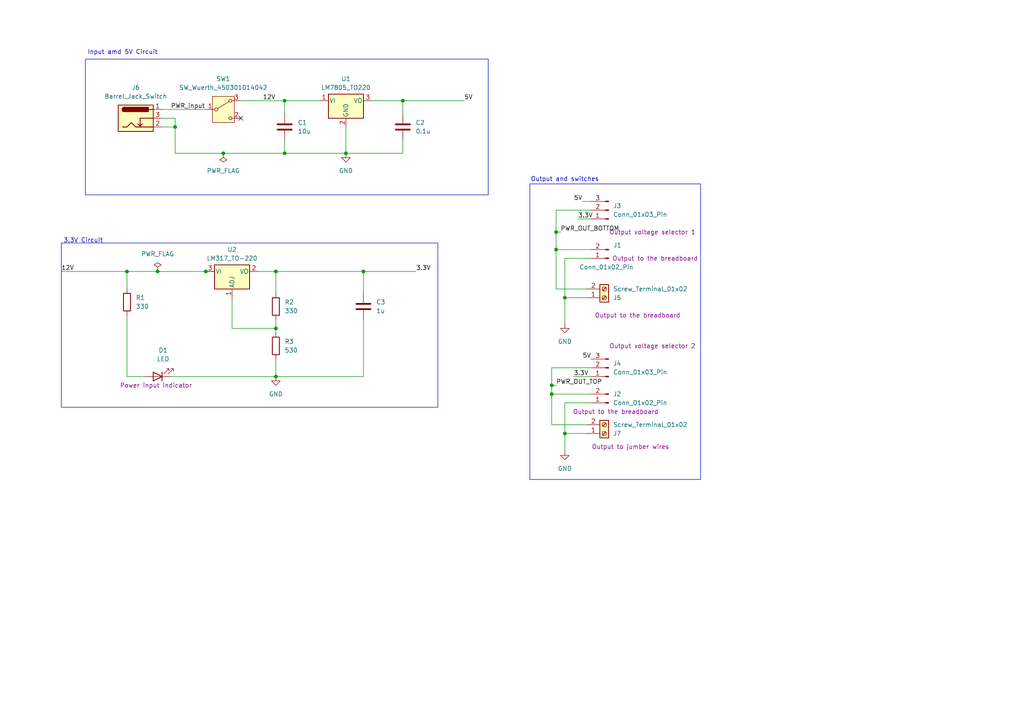
<source format=kicad_sch>
(kicad_sch (version 20250114) (generator "eeschema") (generator_version "9.0")
  (paper "A4")
  (title_block (title "BreadBoard_Power_Supply_Project2") (date "2025-08-29") (rev "2"))
  (lib_symbols
    (symbol "Connector:Barrel_Jack_Switch" (pin_names (hide yes))
      (property "Reference" "J" (at 0 5.334 0))
      (property "Value" "Barrel_Jack_Switch" (at 0 -5.08 0))
      (symbol "Barrel_Jack_Switch_0_1"
        (rectangle (start -5.08 3.81) (end 5.08 -3.81) (stroke (width 0.254)) (fill (type background)))
        (polyline (pts (xy -3.81 -2.54) (xy -2.54 -2.54) (xy -1.27 -1.27) (xy 0 -2.54) (xy 2.54 -2.54) (xy 5.08 -2.54)) (stroke (width 0.254)))
        (arc (start -3.302 1.905) (mid -3.9343 2.54) (end -3.302 3.175) (stroke (width 0.254)))
        (arc (start -3.302 1.905) (mid -3.9343 2.54) (end -3.302 3.175) (stroke (width 0.254)) (fill (type outline)))
        (polyline (pts (xy 1.27 -2.286) (xy 1.905 -1.651)) (stroke (width 0.254)))
        (rectangle (start 3.683 3.175) (end -3.302 1.905) (stroke (width 0.254)) (fill (type outline)))
        (polyline (pts (xy 5.08 2.54) (xy 3.81 2.54)) (stroke (width 0.254)))
        (polyline (pts (xy 5.08 0) (xy 1.27 0) (xy 1.27 -2.286) (xy 0.635 -1.651)) (stroke (width 0.254)))
      )
      (symbol "Barrel_Jack_Switch_1_1"
        (pin passive line (at 7.62 2.54 180) (length 2.54) (name "~") (number "1"))
        (pin passive line (at 7.62 0 180) (length 2.54) (name "~") (number "3"))
        (pin passive line (at 7.62 -2.54 180) (length 2.54) (name "~") (number "2"))
      )
    )
    (symbol "Connector:Conn_01x02_Pin" (pin_names (offset 1.016) (hide yes))
      (property "Reference" "J" (at 0 2.54 0))
      (property "Value" "Conn_01x02_Pin" (at 0 -5.08 0))
      (symbol "Conn_01x02_Pin_1_1"
        (rectangle (start 0.8636 0.127) (end 0 -0.127) (stroke (width 0.1524)) (fill (type outline)))
        (rectangle (start 0.8636 -2.413) (end 0 -2.667) (stroke (width 0.1524)) (fill (type outline)))
        (polyline (pts (xy 1.27 0) (xy 0.8636 0)) (stroke (width 0.1524)))
        (polyline (pts (xy 1.27 -2.54) (xy 0.8636 -2.54)) (stroke (width 0.1524)))
        (pin passive line (at 5.08 0 180) (length 3.81) (name "Pin_1") (number "1"))
        (pin passive line (at 5.08 -2.54 180) (length 3.81) (name "Pin_2") (number "2"))
      )
    )
    (symbol "Connector:Conn_01x03_Pin" (pin_names (offset 1.016) (hide yes))
      (property "Reference" "J" (at 0 5.08 0))
      (property "Value" "Conn_01x03_Pin" (at 0 -5.08 0))
      (symbol "Conn_01x03_Pin_1_1"
        (rectangle (start 0.8636 2.667) (end 0 2.413) (stroke (width 0.1524)) (fill (type outline)))
        (rectangle (start 0.8636 0.127) (end 0 -0.127) (stroke (width 0.1524)) (fill (type outline)))
        (rectangle (start 0.8636 -2.413) (end 0 -2.667) (stroke (width 0.1524)) (fill (type outline)))
        (polyline (pts (xy 1.27 2.54) (xy 0.8636 2.54)) (stroke (width 0.1524)))
        (polyline (pts (xy 1.27 0) (xy 0.8636 0)) (stroke (width 0.1524)))
        (polyline (pts (xy 1.27 -2.54) (xy 0.8636 -2.54)) (stroke (width 0.1524)))
        (pin passive line (at 5.08 2.54 180) (length 3.81) (name "Pin_1") (number "1"))
        (pin passive line (at 5.08 0 180) (length 3.81) (name "Pin_2") (number "2"))
        (pin passive line (at 5.08 -2.54 180) (length 3.81) (name "Pin_3") (number "3"))
      )
    )
    (symbol "Connector:Screw_Terminal_01x02" (pin_names (offset 1.016) (hide yes))
      (property "Reference" "J" (at 0 2.54 0))
      (property "Value" "Screw_Terminal_01x02" (at 0 -5.08 0))
      (symbol "Screw_Terminal_01x02_1_1"
        (rectangle (start -1.27 1.27) (end 1.27 -3.81) (stroke (width 0.254)) (fill (type background)))
        (polyline (pts (xy -0.5334 0.3302) (xy 0.3302 -0.508)) (stroke (width 0.1524)))
        (polyline (pts (xy -0.5334 -2.2098) (xy 0.3302 -3.048)) (stroke (width 0.1524)))
        (polyline (pts (xy -0.3556 0.508) (xy 0.508 -0.3302)) (stroke (width 0.1524)))
        (polyline (pts (xy -0.3556 -2.032) (xy 0.508 -2.8702)) (stroke (width 0.1524)))
        (circle (center 0 0) (radius 0.635) (stroke (width 0.1524)))
        (circle (center 0 -2.54) (radius 0.635) (stroke (width 0.1524)))
        (pin passive line (at -5.08 0 0) (length 3.81) (name "Pin_1") (number "1"))
        (pin passive line (at -5.08 -2.54 0) (length 3.81) (name "Pin_2") (number "2"))
      )
    )
    (symbol "Device:C" (pin_numbers (hide yes)) (pin_names (offset 0.254))
      (property "Reference" "C" (at 0.635 2.54 0))
      (property "Value" "C" (at 0.635 -2.54 0))
      (symbol "C_0_1"
        (polyline (pts (xy -2.032 0.762) (xy 2.032 0.762)) (stroke (width 0.508)))
        (polyline (pts (xy -2.032 -0.762) (xy 2.032 -0.762)) (stroke (width 0.508)))
      )
      (symbol "C_1_1"
        (pin passive line (at 0 3.81 270) (length 2.794) (name "~") (number "1"))
        (pin passive line (at 0 -3.81 90) (length 2.794) (name "~") (number "2"))
      )
    )
    (symbol "Device:LED" (pin_numbers (hide yes)) (pin_names (offset 1.016) (hide yes))
      (property "Reference" "D" (at 0 2.54 0))
      (property "Value" "LED" (at 0 -2.54 0))
      (symbol "LED_0_1"
        (polyline (pts (xy -3.048 -0.762) (xy -4.572 -2.286) (xy -3.81 -2.286) (xy -4.572 -2.286) (xy -4.572 -1.524)))
        (polyline (pts (xy -1.778 -0.762) (xy -3.302 -2.286) (xy -2.54 -2.286) (xy -3.302 -2.286) (xy -3.302 -1.524)))
        (polyline (pts (xy -1.27 0) (xy 1.27 0)))
        (polyline (pts (xy -1.27 -1.27) (xy -1.27 1.27)) (stroke (width 0.254)))
        (polyline (pts (xy 1.27 -1.27) (xy 1.27 1.27) (xy -1.27 0) (xy 1.27 -1.27)) (stroke (width 0.254)))
      )
      (symbol "LED_1_1"
        (pin passive line (at -3.81 0 0) (length 2.54) (name "K") (number "1"))
        (pin passive line (at 3.81 0 180) (length 2.54) (name "A") (number "2"))
      )
    )
    (symbol "Device:R" (pin_numbers (hide yes)) (pin_names (offset 0))
      (property "Reference" "R" (at 2.032 0 90))
      (property "Value" "R" (at 0 0 90))
      (symbol "R_0_1"
        (rectangle (start -1.016 -2.54) (end 1.016 2.54) (stroke (width 0.254)))
      )
      (symbol "R_1_1"
        (pin passive line (at 0 3.81 270) (length 1.27) (name "~") (number "1"))
        (pin passive line (at 0 -3.81 90) (length 1.27) (name "~") (number "2"))
      )
    )
    (symbol "Regulator_Linear:LM317_TO-220" (pin_names (offset 0.254))
      (property "Reference" "U" (at -3.81 3.175 0))
      (property "Value" "LM317_TO-220" (at 0 3.175 0))
      (symbol "LM317_TO-220_0_1"
        (rectangle (start -5.08 1.905) (end 5.08 -5.08) (stroke (width 0.254)) (fill (type background)))
      )
      (symbol "LM317_TO-220_1_1"
        (pin power_in line (at -7.62 0 0) (length 2.54) (name "VI") (number "3"))
        (pin input line (at 0 -7.62 90) (length 2.54) (name "ADJ") (number "1"))
        (pin power_out line (at 7.62 0 180) (length 2.54) (name "VO") (number "2"))
      )
    )
    (symbol "Regulator_Linear:LM7805_TO220" (pin_names (offset 0.254))
      (property "Reference" "U" (at -3.81 3.175 0))
      (property "Value" "LM7805_TO220" (at 0 3.175 0))
      (symbol "LM7805_TO220_0_1"
        (rectangle (start -5.08 1.905) (end 5.08 -5.08) (stroke (width 0.254)) (fill (type background)))
      )
      (symbol "LM7805_TO220_1_1"
        (pin power_in line (at -7.62 0 0) (length 2.54) (name "VI") (number "1"))
        (pin power_in line (at 0 -7.62 90) (length 2.54) (name "GND") (number "2"))
        (pin power_out line (at 7.62 0 180) (length 2.54) (name "VO") (number "3"))
      )
    )
    (symbol "Switch:SW_Wuerth_450301014042" (pin_names (offset 1) (hide yes))
      (property "Reference" "SW" (at 0 5.08 0))
      (property "Value" "SW_Wuerth_450301014042" (at 0 -5.08 0))
      (symbol "SW_Wuerth_450301014042_0_1"
        (circle (center -2.032 0) (radius 0.4572))
        (polyline (pts (xy -1.651 0.254) (xy 1.651 2.286)))
        (circle (center 2.032 2.54) (radius 0.4572))
        (circle (center 2.032 -2.54) (radius 0.4572))
      )
      (symbol "SW_Wuerth_450301014042_1_1"
        (rectangle (start -3.175 3.81) (end 3.175 -3.81) (fill (type background)))
        (pin passive line (at -5.08 0 0) (length 2.54) (name "B") (number "1"))
        (pin passive line (at 5.08 2.54 180) (length 2.54) (name "A") (number "3"))
        (pin passive line (at 5.08 -2.54 180) (length 2.54) (name "C") (number "2"))
      )
    )
    (symbol "power:GND" (power) (pin_numbers (hide yes)) (pin_names (offset 0) (hide yes))
      (property "Value" "GND" (at 0 -3.81 0))
      (symbol "GND_0_1"
        (polyline (pts (xy 0 0) (xy 0 -1.27) (xy 1.27 -1.27) (xy 0 -2.54) (xy -1.27 -1.27) (xy 0 -1.27)))
      )
      (symbol "GND_1_1"
        (pin power_in line (at 0 0 270) (length 0) (name "~") (number "1"))
      )
    )
    (symbol "power:PWR_FLAG" (power) (pin_numbers (hide yes)) (pin_names (offset 0) (hide yes))
      (property "Value" "PWR_FLAG" (at 0 3.81 0))
      (symbol "PWR_FLAG_0_0"
        (pin power_out line (at 0 0 90) (length 0) (name "~") (number "1"))
      )
      (symbol "PWR_FLAG_0_1"
        (polyline (pts (xy 0 0) (xy 0 1.27) (xy -1.016 1.905) (xy 0 2.54) (xy 1.016 1.905) (xy 0 1.27)))
      )
    )
  )
  (rectangle (start 24.765 17.145) (end 141.605 56.515))
  (rectangle (start 153.67 53.34) (end 203.2 139.065))
  (rectangle (start 17.78 70.485) (end 127 118.11))
  (text "3.3V Circuit\n" (at 24.13 69.85 0) (effects (font (size 1.27 1.27))))
  (text "Input amd 5V Circuit" (at 35.56 15.24 0) (effects (font (size 1.27 1.27))))
  (text "Output and switches" (at 163.83 52.07 0) (effects (font (size 1.27 1.27))))
  (junction (at 45.72 78.74))
  (junction (at 116.84 29.21))
  (junction (at 80.01 95.25))
  (junction (at 64.77 44.45))
  (junction (at 36.83 78.74))
  (junction (at 163.83 125.73))
  (junction (at 80.01 109.22))
  (junction (at 161.29 72.39))
  (junction (at 50.8 36.83))
  (junction (at 160.02 111.76))
  (junction (at 163.83 86.36))
  (junction (at 80.01 78.74))
  (junction (at 100.33 44.45))
  (junction (at 59.69 78.74))
  (junction (at 161.29 67.31))
  (junction (at 105.41 78.74))
  (junction (at 160.02 114.3))
  (junction (at 82.55 29.21))
  (junction (at 82.55 44.45))
  (no_connect (at 69.85 34.29))
  (wire (pts (xy 116.84 29.21) (xy 116.84 33.02)))
  (wire (pts (xy 69.85 29.21) (xy 82.55 29.21)))
  (wire (pts (xy 105.41 85.09) (xy 105.41 78.74)))
  (wire (pts (xy 105.41 78.74) (xy 120.65 78.74)))
  (wire (pts (xy 17.78 78.74) (xy 36.83 78.74)))
  (wire (pts (xy 82.55 40.64) (xy 82.55 44.45)))
  (wire (pts (xy 45.72 78.74) (xy 59.69 78.74)))
  (wire (pts (xy 36.83 91.44) (xy 36.83 109.22)))
  (wire (pts (xy 67.31 95.25) (xy 80.01 95.25)))
  (wire (pts (xy 36.83 109.22) (xy 41.91 109.22)))
  (wire (pts (xy 100.33 36.83) (xy 100.33 44.45)))
  (wire (pts (xy 36.83 78.74) (xy 45.72 78.74)))
  (wire (pts (xy 105.41 92.71) (xy 105.41 109.22)))
  (wire (pts (xy 160.02 111.76) (xy 160.02 114.3)))
  (wire (pts (xy 161.29 83.82) (xy 170.18 83.82)))
  (wire (pts (xy 160.02 123.19) (xy 160.02 114.3)))
  (wire (pts (xy 163.83 86.36) (xy 163.83 93.98)))
  (wire (pts (xy 168.91 58.42) (xy 171.45 58.42)))
  (wire (pts (xy 80.01 78.74) (xy 105.41 78.74)))
  (wire (pts (xy 166.37 109.22) (xy 171.45 109.22)))
  (wire (pts (xy 50.8 44.45) (xy 64.77 44.45)))
  (wire (pts (xy 160.02 114.3) (xy 171.45 114.3)))
  (wire (pts (xy 46.99 36.83) (xy 50.8 36.83)))
  (wire (pts (xy 46.99 34.29) (xy 50.8 34.29)))
  (wire (pts (xy 116.84 40.64) (xy 116.84 44.45)))
  (wire (pts (xy 100.33 44.45) (xy 116.84 44.45)))
  (wire (pts (xy 116.84 29.21) (xy 134.62 29.21)))
  (wire (pts (xy 171.45 116.84) (xy 163.83 116.84)))
  (wire (pts (xy 107.95 29.21) (xy 116.84 29.21)))
  (wire (pts (xy 50.8 36.83) (xy 50.8 44.45)))
  (wire (pts (xy 161.29 67.31) (xy 161.29 72.39)))
  (wire (pts (xy 82.55 29.21) (xy 82.55 33.02)))
  (wire (pts (xy 163.83 116.84) (xy 163.83 125.73)))
  (wire (pts (xy 64.77 44.45) (xy 82.55 44.45)))
  (wire (pts (xy 80.01 104.14) (xy 80.01 109.22)))
  (wire (pts (xy 161.29 111.76) (xy 160.02 111.76)))
  (wire (pts (xy 80.01 109.22) (xy 49.53 109.22)))
  (wire (pts (xy 80.01 92.71) (xy 80.01 95.25)))
  (wire (pts (xy 171.45 74.93) (xy 163.83 74.93)))
  (wire (pts (xy 170.18 125.73) (xy 163.83 125.73)))
  (wire (pts (xy 161.29 60.96) (xy 161.29 67.31)))
  (wire (pts (xy 162.56 67.31) (xy 161.29 67.31)))
  (wire (pts (xy 36.83 78.74) (xy 36.83 83.82)))
  (wire (pts (xy 163.83 74.93) (xy 163.83 86.36)))
  (wire (pts (xy 50.8 34.29) (xy 50.8 36.83)))
  (wire (pts (xy 160.02 106.68) (xy 160.02 111.76)))
  (wire (pts (xy 82.55 29.21) (xy 92.71 29.21)))
  (wire (pts (xy 161.29 72.39) (xy 171.45 72.39)))
  (wire (pts (xy 171.45 60.96) (xy 161.29 60.96)))
  (wire (pts (xy 171.45 106.68) (xy 160.02 106.68)))
  (wire (pts (xy 161.29 72.39) (xy 161.29 83.82)))
  (wire (pts (xy 46.99 31.75) (xy 59.69 31.75)))
  (wire (pts (xy 80.01 95.25) (xy 80.01 96.52)))
  (wire (pts (xy 67.31 86.36) (xy 67.31 95.25)))
  (wire (pts (xy 105.41 109.22) (xy 80.01 109.22)))
  (wire (pts (xy 80.01 78.74) (xy 80.01 85.09)))
  (wire (pts (xy 59.69 78.74) (xy 62.23 78.74)))
  (wire (pts (xy 170.18 123.19) (xy 160.02 123.19)))
  (wire (pts (xy 170.18 86.36) (xy 163.83 86.36)))
  (wire (pts (xy 74.93 78.74) (xy 80.01 78.74)))
  (wire (pts (xy 163.83 125.73) (xy 163.83 130.81)))
  (wire (pts (xy 167.64 63.5) (xy 171.45 63.5)))
  (wire (pts (xy 82.55 44.45) (xy 100.33 44.45)))
  (label "3.3V" (at 167.64 63.5 0))
  (label "PWR_input" (at 49.53 31.75 0))
  (label "12V" (at 76.2 29.21 0))
  (label "3.3V" (at 120.65 78.74 0))
  (label "5V" (at 168.91 58.42 180))
  (label "PWR_OUT_BOTTOM" (at 162.56 67.31 0))
  (label "5V" (at 134.62 29.21 0))
  (label "3.3V" (at 166.37 109.22 0))
  (label "PWR_OUT_TOP" (at 161.29 111.76 0))
  (label "5V" (at 171.45 104.14 180))
  (label "12V" (at 17.78 78.74 0))
  (symbol (lib_id "Device:C") (at 105.41 88.9 0) (unit 1)
    (property "Reference" "C3" (at 109.0981 87.6299 0) (effects (justify left)))
    (property "Value" "1u" (at 109.0981 90.1699 0) (effects (justify left)))
    (property "Footprint" "Capacitor_THT:C_Disc_D3.0mm_W1.6mm_P2.50mm" (effects (hide yes)))
    (property "Description" "Unpolarized capacitor" (effects (hide yes)))
  )
  (symbol (lib_id "power:GND") (at 163.83 130.81 0) (unit 1)
    (property "Reference" "#PWR03" (effects (hide yes)))
    (property "Value" "GND" (at 163.83 135.89 0))
    (property "Description" "Power symbol creates a global label with name \"GND\" , ground" (effects (hide yes)))
  )
  (symbol (lib_id "Device:LED") (at 45.72 109.22 180) (unit 1)
    (property "Reference" "D1" (at 47.3075 101.6 0))
    (property "Value" "LED" (at 47.3075 104.14 0))
    (property "Footprint" "LED_THT:LED_D5.0mm" (effects (hide yes)))
    (property "Description" "Light emitting diode" (effects (hide yes)))
    (property "Sim.Pins" "1=K 2=A" (effects (hide yes)))
    (property "Purpose" "Power input indicator " (at 45.72 111.76 0))
  )
  (symbol (lib_id "Regulator_Linear:LM7805_TO220") (at 100.33 29.21 0) (unit 1)
    (property "Reference" "U1" (at 100.33 22.86 0))
    (property "Value" "LM7805_TO220" (at 100.33 25.4 0))
    (property "Footprint" "Package_TO_SOT_THT:TO-220-3_Vertical" (effects (hide yes)))
    (property "Datasheet" "https://www.onsemi.cn/PowerSolutions/document/MC7800-D.PDF" (effects (hide yes)))
    (property "Description" "Positive 1A 35V Linear Regulator, Fixed Output 5V, TO-220" (effects (hide yes)))
  )
  (symbol (lib_id "Device:R") (at 80.01 100.33 180) (unit 1)
    (property "Reference" "R3" (at 82.55 99.0599 0) (effects (justify right)))
    (property "Value" "530" (at 82.55 101.5999 0) (effects (justify right)))
    (property "Footprint" "Resistor_THT:R_Axial_DIN0204_L3.6mm_D1.6mm_P7.62mm_Horizontal" (effects (hide yes)))
    (property "Description" "Resistor" (effects (hide yes)))
  )
  (symbol (lib_id "power:GND") (at 163.83 93.98 0) (unit 1)
    (property "Reference" "#PWR04" (effects (hide yes)))
    (property "Value" "GND" (at 163.83 99.06 0))
    (property "Description" "Power symbol creates a global label with name \"GND\" , ground" (effects (hide yes)))
  )
  (symbol (lib_id "Connector:Conn_01x03_Pin") (at 176.53 60.96 180) (unit 1)
    (property "Reference" "J3" (at 177.8 59.6899 0) (effects (justify right)))
    (property "Value" "Conn_01x03_Pin" (at 177.8 62.2299 0) (effects (justify right)))
    (property "Footprint" "Connector_PinHeader_2.54mm:PinHeader_1x03_P2.54mm_Vertical" (effects (hide yes)))
    (property "Description" "Generic connector, single row, 01x03, script generated" (effects (hide yes)))
    (property "Purpose" "Output voltage selector 1" (at 189.23 67.31 0))
  )
  (symbol (lib_id "Connector:Conn_01x03_Pin") (at 176.53 106.68 180) (unit 1)
    (property "Reference" "J4" (at 177.8 105.4099 0) (effects (justify right)))
    (property "Value" "Conn_01x03_Pin" (at 177.8 107.9499 0) (effects (justify right)))
    (property "Footprint" "Connector_PinHeader_2.54mm:PinHeader_1x03_P2.54mm_Vertical" (effects (hide yes)))
    (property "Description" "Generic connector, single row, 01x03, script generated" (effects (hide yes)))
    (property "Purpose" "Output voltage selector 2" (at 189.23 100.33 0))
  )
  (symbol (lib_id "Connector:Conn_01x02_Pin") (at 176.53 116.84 180) (unit 1)
    (property "Reference" "J2" (at 177.8 114.2999 0) (effects (justify right)))
    (property "Value" "Conn_01x02_Pin" (at 177.8 116.8399 0) (effects (justify right)))
    (property "Footprint" "Connector_PinHeader_2.54mm:PinHeader_1x02_P2.54mm_Vertical" (effects (hide yes)))
    (property "Description" "Generic connector, single row, 01x02, script generated" (effects (hide yes)))
    (property "Purpose" "Output to the breadboard " (at 179.07 119.38 0))
  )
  (symbol (lib_id "Connector:Screw_Terminal_01x02") (at 175.26 125.73 0) (mirror x) (unit 1)
    (property "Reference" "J7" (at 177.8 125.7301 0) (effects (justify left)))
    (property "Value" "Screw_Terminal_01x02" (at 177.8 123.1901 0) (effects (justify left)))
    (property "Footprint" "TerminalBlock:TerminalBlock_bornier-2_P5.08mm" (effects (hide yes)))
    (property "Description" "Generic screw terminal, single row, 01x02, script generated (kicad-library-utils/schlib/autogen/connector/)" (effects (hide yes)))
    (property "Purpose" "Output to jumber wires" (at 182.88 129.54 0))
  )
  (symbol (lib_id "power:PWR_FLAG") (at 45.72 78.74 0) (unit 1)
    (property "Reference" "#FLG02" (effects (hide yes)))
    (property "Value" "PWR_FLAG" (at 45.72 73.66 0))
    (property "Description" "Special symbol for telling ERC where power comes from" (effects (hide yes)))
  )
  (symbol (lib_id "Regulator_Linear:LM317_TO-220") (at 67.31 78.74 0) (unit 1)
    (property "Reference" "U2" (at 67.31 72.39 0))
    (property "Value" "LM317_TO-220" (at 67.31 74.93 0))
    (property "Footprint" "Package_TO_SOT_THT:TO-220-3_Vertical" (effects (hide yes)))
    (property "Datasheet" "http://www.ti.com/lit/ds/symlink/lm317.pdf" (effects (hide yes)))
    (property "Description" "1.5A 35V Adjustable Linear Regulator, TO-220" (effects (hide yes)))
  )
  (symbol (lib_id "Device:R") (at 80.01 88.9 180) (unit 1)
    (property "Reference" "R2" (at 82.55 87.6299 0) (effects (justify right)))
    (property "Value" "330" (at 82.55 90.1699 0) (effects (justify right)))
    (property "Footprint" "Resistor_THT:R_Axial_DIN0204_L3.6mm_D1.6mm_P7.62mm_Horizontal" (effects (hide yes)))
    (property "Description" "Resistor" (effects (hide yes)))
  )
  (symbol (lib_id "Device:R") (at 36.83 87.63 180) (unit 1)
    (property "Reference" "R1" (at 39.37 86.3599 0) (effects (justify right)))
    (property "Value" "330" (at 39.37 88.8999 0) (effects (justify right)))
    (property "Footprint" "Resistor_THT:R_Axial_DIN0204_L3.6mm_D1.6mm_P7.62mm_Horizontal" (effects (hide yes)))
    (property "Description" "Resistor" (effects (hide yes)))
  )
  (symbol (lib_id "Switch:SW_Wuerth_450301014042") (at 64.77 31.75 0) (unit 1)
    (property "Reference" "SW1" (at 64.77 22.86 0))
    (property "Value" "SW_Wuerth_450301014042" (at 64.77 25.4 0))
    (property "Footprint" "Button_Switch_THT:SW_Slide-03_Wuerth-WS-SLTV_10x2.5x6.4_P2.54mm" (effects (hide yes)))
    (property "Datasheet" "https://www.we-online.com/components/products/datasheet/450301014042.pdf" (effects (hide yes)))
    (property "Description" "Switch slide, single pole double throw" (effects (hide yes)))
  )
  (symbol (lib_id "Connector:Conn_01x02_Pin") (at 176.53 74.93 180) (unit 1)
    (property "Reference" "J1" (at 179.07 71.12 0))
    (property "Value" "Conn_01x02_Pin" (at 175.895 77.47 0))
    (property "Footprint" "Connector_PinHeader_2.54mm:PinHeader_1x02_P2.54mm_Vertical" (effects (hide yes)))
    (property "Description" "Generic connector, single row, 01x02, script generated" (effects (hide yes)))
    (property "Purpose" "Output to the breadboard " (at 190.5 74.93 0))
  )
  (symbol (lib_id "power:PWR_FLAG") (at 64.77 44.45 180) (unit 1)
    (property "Reference" "#FLG01" (effects (hide yes)))
    (property "Value" "PWR_FLAG" (at 64.77 49.53 0))
    (property "Description" "Special symbol for telling ERC where power comes from" (effects (hide yes)))
  )
  (symbol (lib_id "power:GND") (at 80.01 109.22 0) (unit 1)
    (property "Reference" "#PWR02" (effects (hide yes)))
    (property "Value" "GND" (at 80.01 114.3 0))
    (property "Description" "Power symbol creates a global label with name \"GND\" , ground" (effects (hide yes)))
  )
  (symbol (lib_id "Device:C") (at 116.84 36.83 0) (unit 1)
    (property "Reference" "C2" (at 120.5281 35.5599 0) (effects (justify left)))
    (property "Value" "0.1u" (at 120.5281 38.0999 0) (effects (justify left)))
    (property "Footprint" "Capacitor_THT:C_Disc_D3.0mm_W1.6mm_P2.50mm" (effects (hide yes)))
    (property "Description" "Unpolarized capacitor" (effects (hide yes)))
  )
  (symbol (lib_id "Device:C") (at 82.55 36.83 0) (unit 1)
    (property "Reference" "C1" (at 86.36 35.5599 0) (effects (justify left)))
    (property "Value" "10u" (at 86.36 38.0999 0) (effects (justify left)))
    (property "Footprint" "Capacitor_THT:C_Disc_D3.0mm_W1.6mm_P2.50mm" (effects (hide yes)))
    (property "Description" "Unpolarized capacitor" (effects (hide yes)))
  )
  (symbol (lib_id "Connector:Barrel_Jack_Switch") (at 39.37 34.29 0) (unit 1)
    (property "Reference" "J6" (at 39.37 25.4 0))
    (property "Value" "Barrel_Jack_Switch" (at 39.37 27.94 0))
    (property "Footprint" "Connector_BarrelJack:BarrelJack_Horizontal" (effects (hide yes)))
    (property "Description" "DC Barrel Jack with an internal switch" (effects (hide yes)))
  )
  (symbol (lib_id "Connector:Screw_Terminal_01x02") (at 175.26 86.36 0) (mirror x) (unit 1)
    (property "Reference" "J5" (at 177.8 86.3601 0) (effects (justify left)))
    (property "Value" "Screw_Terminal_01x02" (at 177.8 83.8201 0) (effects (justify left)))
    (property "Footprint" "TerminalBlock:TerminalBlock_bornier-2_P5.08mm" (effects (hide yes)))
    (property "Description" "Generic screw terminal, single row, 01x02, script generated (kicad-library-utils/schlib/autogen/connector/)" (effects (hide yes)))
    (property "Purpose" "Output to the breadboard " (at 185.42 91.44 0))
  )
  (symbol (lib_id "power:GND") (at 100.33 44.45 0) (unit 1)
    (property "Reference" "#PWR01" (effects (hide yes)))
    (property "Value" "GND" (at 100.33 49.53 0))
    (property "Description" "Power symbol creates a global label with name \"GND\" , ground" (effects (hide yes)))
  )
)
</source>
